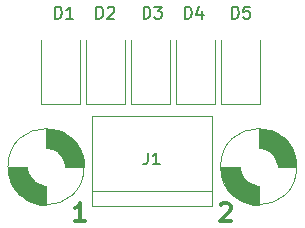
<source format=gto>
G04 #@! TF.GenerationSoftware,KiCad,Pcbnew,6.0.9-8da3e8f707~116~ubuntu20.04.1*
G04 #@! TF.CreationDate,2023-03-26T14:19:45+00:00*
G04 #@! TF.ProjectId,LEC001020,4c454330-3031-4303-9230-2e6b69636164,rev?*
G04 #@! TF.SameCoordinates,Original*
G04 #@! TF.FileFunction,Legend,Top*
G04 #@! TF.FilePolarity,Positive*
%FSLAX46Y46*%
G04 Gerber Fmt 4.6, Leading zero omitted, Abs format (unit mm)*
G04 Created by KiCad (PCBNEW 6.0.9-8da3e8f707~116~ubuntu20.04.1) date 2023-03-26 14:19:45*
%MOMM*%
%LPD*%
G01*
G04 APERTURE LIST*
%ADD10C,0.300000*%
%ADD11C,0.150000*%
%ADD12C,0.120000*%
%ADD13C,0.010000*%
G04 APERTURE END LIST*
D10*
X18271428Y-17221428D02*
X18342857Y-17150000D01*
X18485714Y-17078571D01*
X18842857Y-17078571D01*
X18985714Y-17150000D01*
X19057142Y-17221428D01*
X19128571Y-17364285D01*
X19128571Y-17507142D01*
X19057142Y-17721428D01*
X18200000Y-18578571D01*
X19128571Y-18578571D01*
X6828571Y-18578571D02*
X5971428Y-18578571D01*
X6400000Y-18578571D02*
X6400000Y-17078571D01*
X6257142Y-17292857D01*
X6114285Y-17435714D01*
X5971428Y-17507142D01*
D11*
G04 #@! TO.C,D5*
X19261904Y-1452380D02*
X19261904Y-452380D01*
X19500000Y-452380D01*
X19642857Y-500000D01*
X19738095Y-595238D01*
X19785714Y-690476D01*
X19833333Y-880952D01*
X19833333Y-1023809D01*
X19785714Y-1214285D01*
X19738095Y-1309523D01*
X19642857Y-1404761D01*
X19500000Y-1452380D01*
X19261904Y-1452380D01*
X20738095Y-452380D02*
X20261904Y-452380D01*
X20214285Y-928571D01*
X20261904Y-880952D01*
X20357142Y-833333D01*
X20595238Y-833333D01*
X20690476Y-880952D01*
X20738095Y-928571D01*
X20785714Y-1023809D01*
X20785714Y-1261904D01*
X20738095Y-1357142D01*
X20690476Y-1404761D01*
X20595238Y-1452380D01*
X20357142Y-1452380D01*
X20261904Y-1404761D01*
X20214285Y-1357142D01*
G04 #@! TO.C,D4*
X15261904Y-1452380D02*
X15261904Y-452380D01*
X15500000Y-452380D01*
X15642857Y-500000D01*
X15738095Y-595238D01*
X15785714Y-690476D01*
X15833333Y-880952D01*
X15833333Y-1023809D01*
X15785714Y-1214285D01*
X15738095Y-1309523D01*
X15642857Y-1404761D01*
X15500000Y-1452380D01*
X15261904Y-1452380D01*
X16690476Y-785714D02*
X16690476Y-1452380D01*
X16452380Y-404761D02*
X16214285Y-1119047D01*
X16833333Y-1119047D01*
G04 #@! TO.C,D1*
X4261904Y-1452380D02*
X4261904Y-452380D01*
X4500000Y-452380D01*
X4642857Y-500000D01*
X4738095Y-595238D01*
X4785714Y-690476D01*
X4833333Y-880952D01*
X4833333Y-1023809D01*
X4785714Y-1214285D01*
X4738095Y-1309523D01*
X4642857Y-1404761D01*
X4500000Y-1452380D01*
X4261904Y-1452380D01*
X5785714Y-1452380D02*
X5214285Y-1452380D01*
X5500000Y-1452380D02*
X5500000Y-452380D01*
X5404761Y-595238D01*
X5309523Y-690476D01*
X5214285Y-738095D01*
G04 #@! TO.C,D2*
X7761904Y-1452380D02*
X7761904Y-452380D01*
X8000000Y-452380D01*
X8142857Y-500000D01*
X8238095Y-595238D01*
X8285714Y-690476D01*
X8333333Y-880952D01*
X8333333Y-1023809D01*
X8285714Y-1214285D01*
X8238095Y-1309523D01*
X8142857Y-1404761D01*
X8000000Y-1452380D01*
X7761904Y-1452380D01*
X8714285Y-547619D02*
X8761904Y-500000D01*
X8857142Y-452380D01*
X9095238Y-452380D01*
X9190476Y-500000D01*
X9238095Y-547619D01*
X9285714Y-642857D01*
X9285714Y-738095D01*
X9238095Y-880952D01*
X8666666Y-1452380D01*
X9285714Y-1452380D01*
G04 #@! TO.C,D3*
X11761904Y-1452380D02*
X11761904Y-452380D01*
X12000000Y-452380D01*
X12142857Y-500000D01*
X12238095Y-595238D01*
X12285714Y-690476D01*
X12333333Y-880952D01*
X12333333Y-1023809D01*
X12285714Y-1214285D01*
X12238095Y-1309523D01*
X12142857Y-1404761D01*
X12000000Y-1452380D01*
X11761904Y-1452380D01*
X12666666Y-452380D02*
X13285714Y-452380D01*
X12952380Y-833333D01*
X13095238Y-833333D01*
X13190476Y-880952D01*
X13238095Y-928571D01*
X13285714Y-1023809D01*
X13285714Y-1261904D01*
X13238095Y-1357142D01*
X13190476Y-1404761D01*
X13095238Y-1452380D01*
X12809523Y-1452380D01*
X12714285Y-1404761D01*
X12666666Y-1357142D01*
G04 #@! TO.C,J1*
X12126666Y-12812380D02*
X12126666Y-13526666D01*
X12079047Y-13669523D01*
X11983809Y-13764761D01*
X11840952Y-13812380D01*
X11745714Y-13812380D01*
X13126666Y-13812380D02*
X12555238Y-13812380D01*
X12840952Y-13812380D02*
X12840952Y-12812380D01*
X12745714Y-12955238D01*
X12650476Y-13050476D01*
X12555238Y-13098095D01*
D12*
G04 #@! TO.C,D5*
X21650000Y-8660000D02*
X21650000Y-3260000D01*
X18350000Y-8660000D02*
X18350000Y-3260000D01*
X18350000Y-8660000D02*
X21650000Y-8660000D01*
G04 #@! TO.C,D4*
X17840000Y-8660000D02*
X17840000Y-3260000D01*
X14540000Y-8660000D02*
X14540000Y-3260000D01*
X14540000Y-8660000D02*
X17840000Y-8660000D01*
G04 #@! TO.C,D1*
X6410000Y-8660000D02*
X6410000Y-3260000D01*
X3110000Y-8660000D02*
X3110000Y-3260000D01*
X3110000Y-8660000D02*
X6410000Y-8660000D01*
G04 #@! TO.C,D2*
X6920000Y-8660000D02*
X6920000Y-3260000D01*
X6920000Y-8660000D02*
X10220000Y-8660000D01*
X10220000Y-8660000D02*
X10220000Y-3260000D01*
G04 #@! TO.C,D3*
X10730000Y-8660000D02*
X10730000Y-3260000D01*
X10730000Y-8660000D02*
X14030000Y-8660000D01*
X14030000Y-8660000D02*
X14030000Y-3260000D01*
G04 #@! TO.C,H1*
X24724903Y-14000000D02*
G75*
G03*
X24724903Y-14000000I-3224903J0D01*
G01*
G36*
X19900000Y-14100000D02*
G01*
X20000000Y-14500000D01*
X20200000Y-14900000D01*
X20600000Y-15300000D01*
X21000000Y-15500000D01*
X21400000Y-15600000D01*
X21500000Y-15600000D01*
X21500000Y-17224903D01*
X21000000Y-17200000D01*
X20000000Y-16900000D01*
X19200000Y-16300000D01*
X18700000Y-15600000D01*
X18400000Y-14900000D01*
X18300000Y-14500000D01*
X18300000Y-14000000D01*
X19900000Y-14000000D01*
X19900000Y-14100000D01*
G37*
D13*
X19900000Y-14100000D02*
X20000000Y-14500000D01*
X20200000Y-14900000D01*
X20600000Y-15300000D01*
X21000000Y-15500000D01*
X21400000Y-15600000D01*
X21500000Y-15600000D01*
X21500000Y-17224903D01*
X21000000Y-17200000D01*
X20000000Y-16900000D01*
X19200000Y-16300000D01*
X18700000Y-15600000D01*
X18400000Y-14900000D01*
X18300000Y-14500000D01*
X18300000Y-14000000D01*
X19900000Y-14000000D01*
X19900000Y-14100000D01*
G36*
X22000000Y-10800000D02*
G01*
X23000000Y-11100000D01*
X23800000Y-11700000D01*
X24300000Y-12400000D01*
X24600000Y-13100000D01*
X24700000Y-13500000D01*
X24700000Y-14000000D01*
X23100000Y-14000000D01*
X23100000Y-13900000D01*
X23000000Y-13500000D01*
X22800000Y-13100000D01*
X22400000Y-12700000D01*
X22000000Y-12500000D01*
X21600000Y-12400000D01*
X21500000Y-12400000D01*
X21500000Y-10775097D01*
X22000000Y-10800000D01*
G37*
X22000000Y-10800000D02*
X23000000Y-11100000D01*
X23800000Y-11700000D01*
X24300000Y-12400000D01*
X24600000Y-13100000D01*
X24700000Y-13500000D01*
X24700000Y-14000000D01*
X23100000Y-14000000D01*
X23100000Y-13900000D01*
X23000000Y-13500000D01*
X22800000Y-13100000D01*
X22400000Y-12700000D01*
X22000000Y-12500000D01*
X21600000Y-12400000D01*
X21500000Y-12400000D01*
X21500000Y-10775097D01*
X22000000Y-10800000D01*
D12*
G04 #@! TO.C,H2*
X6724903Y-14000000D02*
G75*
G03*
X6724903Y-14000000I-3224903J0D01*
G01*
G36*
X1900000Y-14100000D02*
G01*
X2000000Y-14500000D01*
X2200000Y-14900000D01*
X2600000Y-15300000D01*
X3000000Y-15500000D01*
X3400000Y-15600000D01*
X3500000Y-15600000D01*
X3500000Y-17224903D01*
X3000000Y-17200000D01*
X2000000Y-16900000D01*
X1200000Y-16300000D01*
X700000Y-15600000D01*
X400000Y-14900000D01*
X300000Y-14500000D01*
X300000Y-14000000D01*
X1900000Y-14000000D01*
X1900000Y-14100000D01*
G37*
D13*
X1900000Y-14100000D02*
X2000000Y-14500000D01*
X2200000Y-14900000D01*
X2600000Y-15300000D01*
X3000000Y-15500000D01*
X3400000Y-15600000D01*
X3500000Y-15600000D01*
X3500000Y-17224903D01*
X3000000Y-17200000D01*
X2000000Y-16900000D01*
X1200000Y-16300000D01*
X700000Y-15600000D01*
X400000Y-14900000D01*
X300000Y-14500000D01*
X300000Y-14000000D01*
X1900000Y-14000000D01*
X1900000Y-14100000D01*
G36*
X4000000Y-10800000D02*
G01*
X5000000Y-11100000D01*
X5800000Y-11700000D01*
X6300000Y-12400000D01*
X6600000Y-13100000D01*
X6700000Y-13500000D01*
X6700000Y-14000000D01*
X5100000Y-14000000D01*
X5100000Y-13900000D01*
X5000000Y-13500000D01*
X4800000Y-13100000D01*
X4400000Y-12700000D01*
X4000000Y-12500000D01*
X3600000Y-12400000D01*
X3500000Y-12400000D01*
X3500000Y-10775097D01*
X4000000Y-10800000D01*
G37*
X4000000Y-10800000D02*
X5000000Y-11100000D01*
X5800000Y-11700000D01*
X6300000Y-12400000D01*
X6600000Y-13100000D01*
X6700000Y-13500000D01*
X6700000Y-14000000D01*
X5100000Y-14000000D01*
X5100000Y-13900000D01*
X5000000Y-13500000D01*
X4800000Y-13100000D01*
X4400000Y-12700000D01*
X4000000Y-12500000D01*
X3600000Y-12400000D01*
X3500000Y-12400000D01*
X3500000Y-10775097D01*
X4000000Y-10800000D01*
D12*
G04 #@! TO.C,J1*
X17540000Y-16040000D02*
X7380000Y-16040000D01*
X17540000Y-9690000D02*
X7380000Y-9690000D01*
X7380000Y-17310000D02*
X17540000Y-17310000D01*
X7380000Y-9690000D02*
X7380000Y-17310000D01*
X17540000Y-17310000D02*
X17540000Y-9690000D01*
G04 #@! TD*
M02*

</source>
